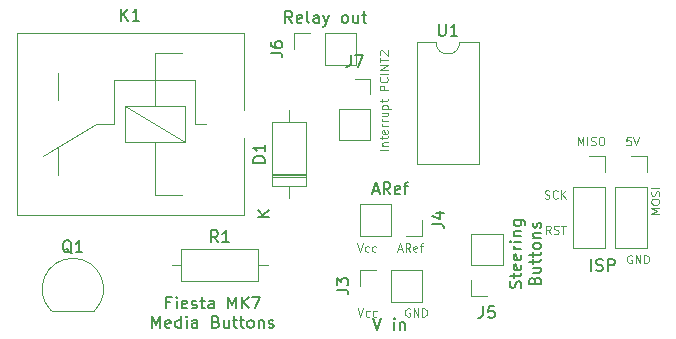
<source format=gbr>
G04 #@! TF.GenerationSoftware,KiCad,Pcbnew,(5.1.2)-2*
G04 #@! TF.CreationDate,2019-08-06T17:03:01+02:00*
G04 #@! TF.ProjectId,fiestaSkipWiringATtiny,66696573-7461-4536-9b69-70576972696e,rev?*
G04 #@! TF.SameCoordinates,Original*
G04 #@! TF.FileFunction,Legend,Top*
G04 #@! TF.FilePolarity,Positive*
%FSLAX46Y46*%
G04 Gerber Fmt 4.6, Leading zero omitted, Abs format (unit mm)*
G04 Created by KiCad (PCBNEW (5.1.2)-2) date 2019-08-06 17:03:01*
%MOMM*%
%LPD*%
G04 APERTURE LIST*
%ADD10C,0.150000*%
%ADD11C,0.100000*%
%ADD12C,0.120000*%
G04 APERTURE END LIST*
D10*
X146047619Y41833333D02*
X146523809Y41833333D01*
X145952380Y41547619D02*
X146285714Y42547619D01*
X146619047Y41547619D01*
X147523809Y41547619D02*
X147190476Y42023809D01*
X146952380Y41547619D02*
X146952380Y42547619D01*
X147333333Y42547619D01*
X147428571Y42500000D01*
X147476190Y42452380D01*
X147523809Y42357142D01*
X147523809Y42214285D01*
X147476190Y42119047D01*
X147428571Y42071428D01*
X147333333Y42023809D01*
X146952380Y42023809D01*
X148333333Y41595238D02*
X148238095Y41547619D01*
X148047619Y41547619D01*
X147952380Y41595238D01*
X147904761Y41690476D01*
X147904761Y42071428D01*
X147952380Y42166666D01*
X148047619Y42214285D01*
X148238095Y42214285D01*
X148333333Y42166666D01*
X148380952Y42071428D01*
X148380952Y41976190D01*
X147904761Y41880952D01*
X148666666Y42214285D02*
X149047619Y42214285D01*
X148809523Y41547619D02*
X148809523Y42404761D01*
X148857142Y42500000D01*
X148952380Y42547619D01*
X149047619Y42547619D01*
X146095238Y31047619D02*
X146428571Y30047619D01*
X146761904Y31047619D01*
X147857142Y30047619D02*
X147857142Y30714285D01*
X147857142Y31047619D02*
X147809523Y31000000D01*
X147857142Y30952380D01*
X147904761Y31000000D01*
X147857142Y31047619D01*
X147857142Y30952380D01*
X148333333Y30714285D02*
X148333333Y30047619D01*
X148333333Y30619047D02*
X148380952Y30666666D01*
X148476190Y30714285D01*
X148619047Y30714285D01*
X148714285Y30666666D01*
X148761904Y30571428D01*
X148761904Y30047619D01*
D11*
X147316666Y45316666D02*
X146616666Y45316666D01*
X146850000Y45650000D02*
X147316666Y45650000D01*
X146916666Y45650000D02*
X146883333Y45683333D01*
X146850000Y45750000D01*
X146850000Y45850000D01*
X146883333Y45916666D01*
X146950000Y45950000D01*
X147316666Y45950000D01*
X146850000Y46183333D02*
X146850000Y46450000D01*
X146616666Y46283333D02*
X147216666Y46283333D01*
X147283333Y46316666D01*
X147316666Y46383333D01*
X147316666Y46450000D01*
X147283333Y46950000D02*
X147316666Y46883333D01*
X147316666Y46750000D01*
X147283333Y46683333D01*
X147216666Y46650000D01*
X146950000Y46650000D01*
X146883333Y46683333D01*
X146850000Y46750000D01*
X146850000Y46883333D01*
X146883333Y46950000D01*
X146950000Y46983333D01*
X147016666Y46983333D01*
X147083333Y46650000D01*
X147316666Y47283333D02*
X146850000Y47283333D01*
X146983333Y47283333D02*
X146916666Y47316666D01*
X146883333Y47350000D01*
X146850000Y47416666D01*
X146850000Y47483333D01*
X147316666Y47716666D02*
X146850000Y47716666D01*
X146983333Y47716666D02*
X146916666Y47750000D01*
X146883333Y47783333D01*
X146850000Y47850000D01*
X146850000Y47916666D01*
X146850000Y48450000D02*
X147316666Y48450000D01*
X146850000Y48150000D02*
X147216666Y48150000D01*
X147283333Y48183333D01*
X147316666Y48250000D01*
X147316666Y48350000D01*
X147283333Y48416666D01*
X147250000Y48450000D01*
X146850000Y48783333D02*
X147550000Y48783333D01*
X146883333Y48783333D02*
X146850000Y48850000D01*
X146850000Y48983333D01*
X146883333Y49050000D01*
X146916666Y49083333D01*
X146983333Y49116666D01*
X147183333Y49116666D01*
X147250000Y49083333D01*
X147283333Y49050000D01*
X147316666Y48983333D01*
X147316666Y48850000D01*
X147283333Y48783333D01*
X146850000Y49316666D02*
X146850000Y49583333D01*
X146616666Y49416666D02*
X147216666Y49416666D01*
X147283333Y49450000D01*
X147316666Y49516666D01*
X147316666Y49583333D01*
X147316666Y50350000D02*
X146616666Y50350000D01*
X146616666Y50616666D01*
X146650000Y50683333D01*
X146683333Y50716666D01*
X146750000Y50750000D01*
X146850000Y50750000D01*
X146916666Y50716666D01*
X146950000Y50683333D01*
X146983333Y50616666D01*
X146983333Y50350000D01*
X147250000Y51450000D02*
X147283333Y51416666D01*
X147316666Y51316666D01*
X147316666Y51250000D01*
X147283333Y51150000D01*
X147216666Y51083333D01*
X147150000Y51050000D01*
X147016666Y51016666D01*
X146916666Y51016666D01*
X146783333Y51050000D01*
X146716666Y51083333D01*
X146650000Y51150000D01*
X146616666Y51250000D01*
X146616666Y51316666D01*
X146650000Y51416666D01*
X146683333Y51450000D01*
X147316666Y51750000D02*
X146616666Y51750000D01*
X147316666Y52083333D02*
X146616666Y52083333D01*
X147316666Y52483333D01*
X146616666Y52483333D01*
X146616666Y52716666D02*
X146616666Y53116666D01*
X147316666Y52916666D02*
X146616666Y52916666D01*
X146683333Y53316666D02*
X146650000Y53350000D01*
X146616666Y53416666D01*
X146616666Y53583333D01*
X146650000Y53650000D01*
X146683333Y53683333D01*
X146750000Y53716666D01*
X146816666Y53716666D01*
X146916666Y53683333D01*
X147316666Y53283333D01*
X147316666Y53716666D01*
X144716666Y37383333D02*
X144950000Y36683333D01*
X145183333Y37383333D01*
X145716666Y36716666D02*
X145650000Y36683333D01*
X145516666Y36683333D01*
X145450000Y36716666D01*
X145416666Y36750000D01*
X145383333Y36816666D01*
X145383333Y37016666D01*
X145416666Y37083333D01*
X145450000Y37116666D01*
X145516666Y37150000D01*
X145650000Y37150000D01*
X145716666Y37116666D01*
X146316666Y36716666D02*
X146250000Y36683333D01*
X146116666Y36683333D01*
X146050000Y36716666D01*
X146016666Y36750000D01*
X145983333Y36816666D01*
X145983333Y37016666D01*
X146016666Y37083333D01*
X146050000Y37116666D01*
X146116666Y37150000D01*
X146250000Y37150000D01*
X146316666Y37116666D01*
X148183333Y36883333D02*
X148516666Y36883333D01*
X148116666Y36683333D02*
X148350000Y37383333D01*
X148583333Y36683333D01*
X149216666Y36683333D02*
X148983333Y37016666D01*
X148816666Y36683333D02*
X148816666Y37383333D01*
X149083333Y37383333D01*
X149150000Y37350000D01*
X149183333Y37316666D01*
X149216666Y37250000D01*
X149216666Y37150000D01*
X149183333Y37083333D01*
X149150000Y37050000D01*
X149083333Y37016666D01*
X148816666Y37016666D01*
X149783333Y36716666D02*
X149716666Y36683333D01*
X149583333Y36683333D01*
X149516666Y36716666D01*
X149483333Y36783333D01*
X149483333Y37050000D01*
X149516666Y37116666D01*
X149583333Y37150000D01*
X149716666Y37150000D01*
X149783333Y37116666D01*
X149816666Y37050000D01*
X149816666Y36983333D01*
X149483333Y36916666D01*
X150016666Y37150000D02*
X150283333Y37150000D01*
X150116666Y36683333D02*
X150116666Y37283333D01*
X150150000Y37350000D01*
X150216666Y37383333D01*
X150283333Y37383333D01*
X170316666Y39900000D02*
X169616666Y39900000D01*
X170116666Y40133333D01*
X169616666Y40366666D01*
X170316666Y40366666D01*
X169616666Y40833333D02*
X169616666Y40966666D01*
X169650000Y41033333D01*
X169716666Y41100000D01*
X169850000Y41133333D01*
X170083333Y41133333D01*
X170216666Y41100000D01*
X170283333Y41033333D01*
X170316666Y40966666D01*
X170316666Y40833333D01*
X170283333Y40766666D01*
X170216666Y40700000D01*
X170083333Y40666666D01*
X169850000Y40666666D01*
X169716666Y40700000D01*
X169650000Y40766666D01*
X169616666Y40833333D01*
X170283333Y41400000D02*
X170316666Y41500000D01*
X170316666Y41666666D01*
X170283333Y41733333D01*
X170250000Y41766666D01*
X170183333Y41800000D01*
X170116666Y41800000D01*
X170050000Y41766666D01*
X170016666Y41733333D01*
X169983333Y41666666D01*
X169950000Y41533333D01*
X169916666Y41466666D01*
X169883333Y41433333D01*
X169816666Y41400000D01*
X169750000Y41400000D01*
X169683333Y41433333D01*
X169650000Y41466666D01*
X169616666Y41533333D01*
X169616666Y41700000D01*
X169650000Y41800000D01*
X170316666Y42100000D02*
X169616666Y42100000D01*
X161116666Y38183333D02*
X160883333Y38516666D01*
X160716666Y38183333D02*
X160716666Y38883333D01*
X160983333Y38883333D01*
X161050000Y38850000D01*
X161083333Y38816666D01*
X161116666Y38750000D01*
X161116666Y38650000D01*
X161083333Y38583333D01*
X161050000Y38550000D01*
X160983333Y38516666D01*
X160716666Y38516666D01*
X161383333Y38216666D02*
X161483333Y38183333D01*
X161650000Y38183333D01*
X161716666Y38216666D01*
X161750000Y38250000D01*
X161783333Y38316666D01*
X161783333Y38383333D01*
X161750000Y38450000D01*
X161716666Y38483333D01*
X161650000Y38516666D01*
X161516666Y38550000D01*
X161450000Y38583333D01*
X161416666Y38616666D01*
X161383333Y38683333D01*
X161383333Y38750000D01*
X161416666Y38816666D01*
X161450000Y38850000D01*
X161516666Y38883333D01*
X161683333Y38883333D01*
X161783333Y38850000D01*
X161983333Y38883333D02*
X162383333Y38883333D01*
X162183333Y38183333D02*
X162183333Y38883333D01*
X160600000Y41216666D02*
X160700000Y41183333D01*
X160866666Y41183333D01*
X160933333Y41216666D01*
X160966666Y41250000D01*
X161000000Y41316666D01*
X161000000Y41383333D01*
X160966666Y41450000D01*
X160933333Y41483333D01*
X160866666Y41516666D01*
X160733333Y41550000D01*
X160666666Y41583333D01*
X160633333Y41616666D01*
X160600000Y41683333D01*
X160600000Y41750000D01*
X160633333Y41816666D01*
X160666666Y41850000D01*
X160733333Y41883333D01*
X160900000Y41883333D01*
X161000000Y41850000D01*
X161700000Y41250000D02*
X161666666Y41216666D01*
X161566666Y41183333D01*
X161500000Y41183333D01*
X161400000Y41216666D01*
X161333333Y41283333D01*
X161300000Y41350000D01*
X161266666Y41483333D01*
X161266666Y41583333D01*
X161300000Y41716666D01*
X161333333Y41783333D01*
X161400000Y41850000D01*
X161500000Y41883333D01*
X161566666Y41883333D01*
X161666666Y41850000D01*
X161700000Y41816666D01*
X162000000Y41183333D02*
X162000000Y41883333D01*
X162400000Y41183333D02*
X162100000Y41583333D01*
X162400000Y41883333D02*
X162000000Y41483333D01*
X163400000Y45683333D02*
X163400000Y46383333D01*
X163633333Y45883333D01*
X163866666Y46383333D01*
X163866666Y45683333D01*
X164200000Y45683333D02*
X164200000Y46383333D01*
X164500000Y45716666D02*
X164600000Y45683333D01*
X164766666Y45683333D01*
X164833333Y45716666D01*
X164866666Y45750000D01*
X164900000Y45816666D01*
X164900000Y45883333D01*
X164866666Y45950000D01*
X164833333Y45983333D01*
X164766666Y46016666D01*
X164633333Y46050000D01*
X164566666Y46083333D01*
X164533333Y46116666D01*
X164500000Y46183333D01*
X164500000Y46250000D01*
X164533333Y46316666D01*
X164566666Y46350000D01*
X164633333Y46383333D01*
X164800000Y46383333D01*
X164900000Y46350000D01*
X165333333Y46383333D02*
X165466666Y46383333D01*
X165533333Y46350000D01*
X165600000Y46283333D01*
X165633333Y46150000D01*
X165633333Y45916666D01*
X165600000Y45783333D01*
X165533333Y45716666D01*
X165466666Y45683333D01*
X165333333Y45683333D01*
X165266666Y45716666D01*
X165200000Y45783333D01*
X165166666Y45916666D01*
X165166666Y46150000D01*
X165200000Y46283333D01*
X165266666Y46350000D01*
X165333333Y46383333D01*
X167866666Y46383333D02*
X167533333Y46383333D01*
X167500000Y46050000D01*
X167533333Y46083333D01*
X167600000Y46116666D01*
X167766666Y46116666D01*
X167833333Y46083333D01*
X167866666Y46050000D01*
X167900000Y45983333D01*
X167900000Y45816666D01*
X167866666Y45750000D01*
X167833333Y45716666D01*
X167766666Y45683333D01*
X167600000Y45683333D01*
X167533333Y45716666D01*
X167500000Y45750000D01*
X168100000Y46383333D02*
X168333333Y45683333D01*
X168566666Y46383333D01*
X167966666Y36350000D02*
X167900000Y36383333D01*
X167800000Y36383333D01*
X167700000Y36350000D01*
X167633333Y36283333D01*
X167600000Y36216666D01*
X167566666Y36083333D01*
X167566666Y35983333D01*
X167600000Y35850000D01*
X167633333Y35783333D01*
X167700000Y35716666D01*
X167800000Y35683333D01*
X167866666Y35683333D01*
X167966666Y35716666D01*
X168000000Y35750000D01*
X168000000Y35983333D01*
X167866666Y35983333D01*
X168300000Y35683333D02*
X168300000Y36383333D01*
X168700000Y35683333D01*
X168700000Y36383333D01*
X169033333Y35683333D02*
X169033333Y36383333D01*
X169200000Y36383333D01*
X169300000Y36350000D01*
X169366666Y36283333D01*
X169400000Y36216666D01*
X169433333Y36083333D01*
X169433333Y35983333D01*
X169400000Y35850000D01*
X169366666Y35783333D01*
X169300000Y35716666D01*
X169200000Y35683333D01*
X169033333Y35683333D01*
D10*
X164523809Y35047619D02*
X164523809Y36047619D01*
X164952380Y35095238D02*
X165095238Y35047619D01*
X165333333Y35047619D01*
X165428571Y35095238D01*
X165476190Y35142857D01*
X165523809Y35238095D01*
X165523809Y35333333D01*
X165476190Y35428571D01*
X165428571Y35476190D01*
X165333333Y35523809D01*
X165142857Y35571428D01*
X165047619Y35619047D01*
X165000000Y35666666D01*
X164952380Y35761904D01*
X164952380Y35857142D01*
X165000000Y35952380D01*
X165047619Y36000000D01*
X165142857Y36047619D01*
X165380952Y36047619D01*
X165523809Y36000000D01*
X165952380Y35047619D02*
X165952380Y36047619D01*
X166333333Y36047619D01*
X166428571Y36000000D01*
X166476190Y35952380D01*
X166523809Y35857142D01*
X166523809Y35714285D01*
X166476190Y35619047D01*
X166428571Y35571428D01*
X166333333Y35523809D01*
X165952380Y35523809D01*
X128904761Y32396428D02*
X128571428Y32396428D01*
X128571428Y31872619D02*
X128571428Y32872619D01*
X129047619Y32872619D01*
X129428571Y31872619D02*
X129428571Y32539285D01*
X129428571Y32872619D02*
X129380952Y32825000D01*
X129428571Y32777380D01*
X129476190Y32825000D01*
X129428571Y32872619D01*
X129428571Y32777380D01*
X130285714Y31920238D02*
X130190476Y31872619D01*
X130000000Y31872619D01*
X129904761Y31920238D01*
X129857142Y32015476D01*
X129857142Y32396428D01*
X129904761Y32491666D01*
X130000000Y32539285D01*
X130190476Y32539285D01*
X130285714Y32491666D01*
X130333333Y32396428D01*
X130333333Y32301190D01*
X129857142Y32205952D01*
X130714285Y31920238D02*
X130809523Y31872619D01*
X131000000Y31872619D01*
X131095238Y31920238D01*
X131142857Y32015476D01*
X131142857Y32063095D01*
X131095238Y32158333D01*
X131000000Y32205952D01*
X130857142Y32205952D01*
X130761904Y32253571D01*
X130714285Y32348809D01*
X130714285Y32396428D01*
X130761904Y32491666D01*
X130857142Y32539285D01*
X131000000Y32539285D01*
X131095238Y32491666D01*
X131428571Y32539285D02*
X131809523Y32539285D01*
X131571428Y32872619D02*
X131571428Y32015476D01*
X131619047Y31920238D01*
X131714285Y31872619D01*
X131809523Y31872619D01*
X132571428Y31872619D02*
X132571428Y32396428D01*
X132523809Y32491666D01*
X132428571Y32539285D01*
X132238095Y32539285D01*
X132142857Y32491666D01*
X132571428Y31920238D02*
X132476190Y31872619D01*
X132238095Y31872619D01*
X132142857Y31920238D01*
X132095238Y32015476D01*
X132095238Y32110714D01*
X132142857Y32205952D01*
X132238095Y32253571D01*
X132476190Y32253571D01*
X132571428Y32301190D01*
X133809523Y31872619D02*
X133809523Y32872619D01*
X134142857Y32158333D01*
X134476190Y32872619D01*
X134476190Y31872619D01*
X134952380Y31872619D02*
X134952380Y32872619D01*
X135523809Y31872619D02*
X135095238Y32444047D01*
X135523809Y32872619D02*
X134952380Y32301190D01*
X135857142Y32872619D02*
X136523809Y32872619D01*
X136095238Y31872619D01*
X127380952Y30222619D02*
X127380952Y31222619D01*
X127714285Y30508333D01*
X128047619Y31222619D01*
X128047619Y30222619D01*
X128904761Y30270238D02*
X128809523Y30222619D01*
X128619047Y30222619D01*
X128523809Y30270238D01*
X128476190Y30365476D01*
X128476190Y30746428D01*
X128523809Y30841666D01*
X128619047Y30889285D01*
X128809523Y30889285D01*
X128904761Y30841666D01*
X128952380Y30746428D01*
X128952380Y30651190D01*
X128476190Y30555952D01*
X129809523Y30222619D02*
X129809523Y31222619D01*
X129809523Y30270238D02*
X129714285Y30222619D01*
X129523809Y30222619D01*
X129428571Y30270238D01*
X129380952Y30317857D01*
X129333333Y30413095D01*
X129333333Y30698809D01*
X129380952Y30794047D01*
X129428571Y30841666D01*
X129523809Y30889285D01*
X129714285Y30889285D01*
X129809523Y30841666D01*
X130285714Y30222619D02*
X130285714Y30889285D01*
X130285714Y31222619D02*
X130238095Y31175000D01*
X130285714Y31127380D01*
X130333333Y31175000D01*
X130285714Y31222619D01*
X130285714Y31127380D01*
X131190476Y30222619D02*
X131190476Y30746428D01*
X131142857Y30841666D01*
X131047619Y30889285D01*
X130857142Y30889285D01*
X130761904Y30841666D01*
X131190476Y30270238D02*
X131095238Y30222619D01*
X130857142Y30222619D01*
X130761904Y30270238D01*
X130714285Y30365476D01*
X130714285Y30460714D01*
X130761904Y30555952D01*
X130857142Y30603571D01*
X131095238Y30603571D01*
X131190476Y30651190D01*
X132761904Y30746428D02*
X132904761Y30698809D01*
X132952380Y30651190D01*
X133000000Y30555952D01*
X133000000Y30413095D01*
X132952380Y30317857D01*
X132904761Y30270238D01*
X132809523Y30222619D01*
X132428571Y30222619D01*
X132428571Y31222619D01*
X132761904Y31222619D01*
X132857142Y31175000D01*
X132904761Y31127380D01*
X132952380Y31032142D01*
X132952380Y30936904D01*
X132904761Y30841666D01*
X132857142Y30794047D01*
X132761904Y30746428D01*
X132428571Y30746428D01*
X133857142Y30889285D02*
X133857142Y30222619D01*
X133428571Y30889285D02*
X133428571Y30365476D01*
X133476190Y30270238D01*
X133571428Y30222619D01*
X133714285Y30222619D01*
X133809523Y30270238D01*
X133857142Y30317857D01*
X134190476Y30889285D02*
X134571428Y30889285D01*
X134333333Y31222619D02*
X134333333Y30365476D01*
X134380952Y30270238D01*
X134476190Y30222619D01*
X134571428Y30222619D01*
X134761904Y30889285D02*
X135142857Y30889285D01*
X134904761Y31222619D02*
X134904761Y30365476D01*
X134952380Y30270238D01*
X135047619Y30222619D01*
X135142857Y30222619D01*
X135619047Y30222619D02*
X135523809Y30270238D01*
X135476190Y30317857D01*
X135428571Y30413095D01*
X135428571Y30698809D01*
X135476190Y30794047D01*
X135523809Y30841666D01*
X135619047Y30889285D01*
X135761904Y30889285D01*
X135857142Y30841666D01*
X135904761Y30794047D01*
X135952380Y30698809D01*
X135952380Y30413095D01*
X135904761Y30317857D01*
X135857142Y30270238D01*
X135761904Y30222619D01*
X135619047Y30222619D01*
X136380952Y30889285D02*
X136380952Y30222619D01*
X136380952Y30794047D02*
X136428571Y30841666D01*
X136523809Y30889285D01*
X136666666Y30889285D01*
X136761904Y30841666D01*
X136809523Y30746428D01*
X136809523Y30222619D01*
X137238095Y30270238D02*
X137333333Y30222619D01*
X137523809Y30222619D01*
X137619047Y30270238D01*
X137666666Y30365476D01*
X137666666Y30413095D01*
X137619047Y30508333D01*
X137523809Y30555952D01*
X137380952Y30555952D01*
X137285714Y30603571D01*
X137238095Y30698809D01*
X137238095Y30746428D01*
X137285714Y30841666D01*
X137380952Y30889285D01*
X137523809Y30889285D01*
X137619047Y30841666D01*
X139214285Y56047619D02*
X138880952Y56523809D01*
X138642857Y56047619D02*
X138642857Y57047619D01*
X139023809Y57047619D01*
X139119047Y57000000D01*
X139166666Y56952380D01*
X139214285Y56857142D01*
X139214285Y56714285D01*
X139166666Y56619047D01*
X139119047Y56571428D01*
X139023809Y56523809D01*
X138642857Y56523809D01*
X140023809Y56095238D02*
X139928571Y56047619D01*
X139738095Y56047619D01*
X139642857Y56095238D01*
X139595238Y56190476D01*
X139595238Y56571428D01*
X139642857Y56666666D01*
X139738095Y56714285D01*
X139928571Y56714285D01*
X140023809Y56666666D01*
X140071428Y56571428D01*
X140071428Y56476190D01*
X139595238Y56380952D01*
X140642857Y56047619D02*
X140547619Y56095238D01*
X140500000Y56190476D01*
X140500000Y57047619D01*
X141452380Y56047619D02*
X141452380Y56571428D01*
X141404761Y56666666D01*
X141309523Y56714285D01*
X141119047Y56714285D01*
X141023809Y56666666D01*
X141452380Y56095238D02*
X141357142Y56047619D01*
X141119047Y56047619D01*
X141023809Y56095238D01*
X140976190Y56190476D01*
X140976190Y56285714D01*
X141023809Y56380952D01*
X141119047Y56428571D01*
X141357142Y56428571D01*
X141452380Y56476190D01*
X141833333Y56714285D02*
X142071428Y56047619D01*
X142309523Y56714285D02*
X142071428Y56047619D01*
X141976190Y55809523D01*
X141928571Y55761904D01*
X141833333Y55714285D01*
X143595238Y56047619D02*
X143500000Y56095238D01*
X143452380Y56142857D01*
X143404761Y56238095D01*
X143404761Y56523809D01*
X143452380Y56619047D01*
X143500000Y56666666D01*
X143595238Y56714285D01*
X143738095Y56714285D01*
X143833333Y56666666D01*
X143880952Y56619047D01*
X143928571Y56523809D01*
X143928571Y56238095D01*
X143880952Y56142857D01*
X143833333Y56095238D01*
X143738095Y56047619D01*
X143595238Y56047619D01*
X144785714Y56714285D02*
X144785714Y56047619D01*
X144357142Y56714285D02*
X144357142Y56190476D01*
X144404761Y56095238D01*
X144500000Y56047619D01*
X144642857Y56047619D01*
X144738095Y56095238D01*
X144785714Y56142857D01*
X145119047Y56714285D02*
X145500000Y56714285D01*
X145261904Y57047619D02*
X145261904Y56190476D01*
X145309523Y56095238D01*
X145404761Y56047619D01*
X145500000Y56047619D01*
X158579761Y33619047D02*
X158627380Y33761904D01*
X158627380Y34000000D01*
X158579761Y34095238D01*
X158532142Y34142857D01*
X158436904Y34190476D01*
X158341666Y34190476D01*
X158246428Y34142857D01*
X158198809Y34095238D01*
X158151190Y34000000D01*
X158103571Y33809523D01*
X158055952Y33714285D01*
X158008333Y33666666D01*
X157913095Y33619047D01*
X157817857Y33619047D01*
X157722619Y33666666D01*
X157675000Y33714285D01*
X157627380Y33809523D01*
X157627380Y34047619D01*
X157675000Y34190476D01*
X157960714Y34476190D02*
X157960714Y34857142D01*
X157627380Y34619047D02*
X158484523Y34619047D01*
X158579761Y34666666D01*
X158627380Y34761904D01*
X158627380Y34857142D01*
X158579761Y35571428D02*
X158627380Y35476190D01*
X158627380Y35285714D01*
X158579761Y35190476D01*
X158484523Y35142857D01*
X158103571Y35142857D01*
X158008333Y35190476D01*
X157960714Y35285714D01*
X157960714Y35476190D01*
X158008333Y35571428D01*
X158103571Y35619047D01*
X158198809Y35619047D01*
X158294047Y35142857D01*
X158579761Y36428571D02*
X158627380Y36333333D01*
X158627380Y36142857D01*
X158579761Y36047619D01*
X158484523Y36000000D01*
X158103571Y36000000D01*
X158008333Y36047619D01*
X157960714Y36142857D01*
X157960714Y36333333D01*
X158008333Y36428571D01*
X158103571Y36476190D01*
X158198809Y36476190D01*
X158294047Y36000000D01*
X158627380Y36904761D02*
X157960714Y36904761D01*
X158151190Y36904761D02*
X158055952Y36952380D01*
X158008333Y37000000D01*
X157960714Y37095238D01*
X157960714Y37190476D01*
X158627380Y37523809D02*
X157960714Y37523809D01*
X157627380Y37523809D02*
X157675000Y37476190D01*
X157722619Y37523809D01*
X157675000Y37571428D01*
X157627380Y37523809D01*
X157722619Y37523809D01*
X157960714Y38000000D02*
X158627380Y38000000D01*
X158055952Y38000000D02*
X158008333Y38047619D01*
X157960714Y38142857D01*
X157960714Y38285714D01*
X158008333Y38380952D01*
X158103571Y38428571D01*
X158627380Y38428571D01*
X157960714Y39333333D02*
X158770238Y39333333D01*
X158865476Y39285714D01*
X158913095Y39238095D01*
X158960714Y39142857D01*
X158960714Y39000000D01*
X158913095Y38904761D01*
X158579761Y39333333D02*
X158627380Y39238095D01*
X158627380Y39047619D01*
X158579761Y38952380D01*
X158532142Y38904761D01*
X158436904Y38857142D01*
X158151190Y38857142D01*
X158055952Y38904761D01*
X158008333Y38952380D01*
X157960714Y39047619D01*
X157960714Y39238095D01*
X158008333Y39333333D01*
X159753571Y34238095D02*
X159801190Y34380952D01*
X159848809Y34428571D01*
X159944047Y34476190D01*
X160086904Y34476190D01*
X160182142Y34428571D01*
X160229761Y34380952D01*
X160277380Y34285714D01*
X160277380Y33904761D01*
X159277380Y33904761D01*
X159277380Y34238095D01*
X159325000Y34333333D01*
X159372619Y34380952D01*
X159467857Y34428571D01*
X159563095Y34428571D01*
X159658333Y34380952D01*
X159705952Y34333333D01*
X159753571Y34238095D01*
X159753571Y33904761D01*
X159610714Y35333333D02*
X160277380Y35333333D01*
X159610714Y34904761D02*
X160134523Y34904761D01*
X160229761Y34952380D01*
X160277380Y35047619D01*
X160277380Y35190476D01*
X160229761Y35285714D01*
X160182142Y35333333D01*
X159610714Y35666666D02*
X159610714Y36047619D01*
X159277380Y35809523D02*
X160134523Y35809523D01*
X160229761Y35857142D01*
X160277380Y35952380D01*
X160277380Y36047619D01*
X159610714Y36238095D02*
X159610714Y36619047D01*
X159277380Y36380952D02*
X160134523Y36380952D01*
X160229761Y36428571D01*
X160277380Y36523809D01*
X160277380Y36619047D01*
X160277380Y37095238D02*
X160229761Y37000000D01*
X160182142Y36952380D01*
X160086904Y36904761D01*
X159801190Y36904761D01*
X159705952Y36952380D01*
X159658333Y37000000D01*
X159610714Y37095238D01*
X159610714Y37238095D01*
X159658333Y37333333D01*
X159705952Y37380952D01*
X159801190Y37428571D01*
X160086904Y37428571D01*
X160182142Y37380952D01*
X160229761Y37333333D01*
X160277380Y37238095D01*
X160277380Y37095238D01*
X159610714Y37857142D02*
X160277380Y37857142D01*
X159705952Y37857142D02*
X159658333Y37904761D01*
X159610714Y38000000D01*
X159610714Y38142857D01*
X159658333Y38238095D01*
X159753571Y38285714D01*
X160277380Y38285714D01*
X160229761Y38714285D02*
X160277380Y38809523D01*
X160277380Y39000000D01*
X160229761Y39095238D01*
X160134523Y39142857D01*
X160086904Y39142857D01*
X159991666Y39095238D01*
X159944047Y39000000D01*
X159944047Y38857142D01*
X159896428Y38761904D01*
X159801190Y38714285D01*
X159753571Y38714285D01*
X159658333Y38761904D01*
X159610714Y38857142D01*
X159610714Y39000000D01*
X159658333Y39095238D01*
D11*
X144766666Y31883333D02*
X145000000Y31183333D01*
X145233333Y31883333D01*
X145766666Y31216666D02*
X145700000Y31183333D01*
X145566666Y31183333D01*
X145500000Y31216666D01*
X145466666Y31250000D01*
X145433333Y31316666D01*
X145433333Y31516666D01*
X145466666Y31583333D01*
X145500000Y31616666D01*
X145566666Y31650000D01*
X145700000Y31650000D01*
X145766666Y31616666D01*
X146366666Y31216666D02*
X146300000Y31183333D01*
X146166666Y31183333D01*
X146100000Y31216666D01*
X146066666Y31250000D01*
X146033333Y31316666D01*
X146033333Y31516666D01*
X146066666Y31583333D01*
X146100000Y31616666D01*
X146166666Y31650000D01*
X146300000Y31650000D01*
X146366666Y31616666D01*
X149166666Y31850000D02*
X149100000Y31883333D01*
X149000000Y31883333D01*
X148900000Y31850000D01*
X148833333Y31783333D01*
X148800000Y31716666D01*
X148766666Y31583333D01*
X148766666Y31483333D01*
X148800000Y31350000D01*
X148833333Y31283333D01*
X148900000Y31216666D01*
X149000000Y31183333D01*
X149066666Y31183333D01*
X149166666Y31216666D01*
X149200000Y31250000D01*
X149200000Y31483333D01*
X149066666Y31483333D01*
X149500000Y31183333D02*
X149500000Y31883333D01*
X149900000Y31183333D01*
X149900000Y31883333D01*
X150233333Y31183333D02*
X150233333Y31883333D01*
X150400000Y31883333D01*
X150500000Y31850000D01*
X150566666Y31783333D01*
X150600000Y31716666D01*
X150633333Y31583333D01*
X150633333Y31483333D01*
X150600000Y31350000D01*
X150566666Y31283333D01*
X150500000Y31216666D01*
X150400000Y31183333D01*
X150233333Y31183333D01*
D12*
X144500000Y51330000D02*
X145830000Y51330000D01*
X145830000Y51330000D02*
X145830000Y50000000D01*
X145830000Y48730000D02*
X145830000Y46130000D01*
X143170000Y46130000D02*
X145830000Y46130000D01*
X143170000Y48730000D02*
X143170000Y46130000D01*
X143170000Y48730000D02*
X145830000Y48730000D01*
X137468000Y42238000D02*
X140408000Y42238000D01*
X140408000Y42238000D02*
X140408000Y47678000D01*
X140408000Y47678000D02*
X137468000Y47678000D01*
X137468000Y47678000D02*
X137468000Y42238000D01*
X138938000Y41218000D02*
X138938000Y42238000D01*
X138938000Y48698000D02*
X138938000Y47678000D01*
X137468000Y43138000D02*
X140408000Y43138000D01*
X137468000Y43258000D02*
X140408000Y43258000D01*
X137468000Y43018000D02*
X140408000Y43018000D01*
X163008000Y42164000D02*
X165668000Y42164000D01*
X163008000Y42164000D02*
X163008000Y37024000D01*
X163008000Y37024000D02*
X165668000Y37024000D01*
X165668000Y42164000D02*
X165668000Y37024000D01*
X165668000Y44764000D02*
X165668000Y43434000D01*
X164338000Y44764000D02*
X165668000Y44764000D01*
X167894000Y44764000D02*
X169224000Y44764000D01*
X169224000Y44764000D02*
X169224000Y43434000D01*
X169224000Y42164000D02*
X169224000Y37024000D01*
X166564000Y37024000D02*
X169224000Y37024000D01*
X166564000Y42164000D02*
X166564000Y37024000D01*
X166564000Y42164000D02*
X169224000Y42164000D01*
X147574000Y32452000D02*
X147574000Y35112000D01*
X147574000Y32452000D02*
X150174000Y32452000D01*
X150174000Y32452000D02*
X150174000Y35112000D01*
X147574000Y35112000D02*
X150174000Y35112000D01*
X144974000Y35112000D02*
X146304000Y35112000D01*
X144974000Y33782000D02*
X144974000Y35112000D01*
X150174000Y39370000D02*
X150174000Y38040000D01*
X150174000Y38040000D02*
X148844000Y38040000D01*
X147574000Y38040000D02*
X144974000Y38040000D01*
X144974000Y40700000D02*
X144974000Y38040000D01*
X147574000Y40700000D02*
X144974000Y40700000D01*
X147574000Y40700000D02*
X147574000Y38040000D01*
X155702000Y32960000D02*
X154372000Y32960000D01*
X154372000Y32960000D02*
X154372000Y34290000D01*
X154372000Y35560000D02*
X154372000Y38160000D01*
X157032000Y38160000D02*
X154372000Y38160000D01*
X157032000Y35560000D02*
X157032000Y38160000D01*
X157032000Y35560000D02*
X154372000Y35560000D01*
X141986000Y52518000D02*
X141986000Y55178000D01*
X141986000Y52518000D02*
X144586000Y52518000D01*
X144586000Y52518000D02*
X144586000Y55178000D01*
X141986000Y55178000D02*
X144586000Y55178000D01*
X139386000Y55178000D02*
X140716000Y55178000D01*
X139386000Y53848000D02*
X139386000Y55178000D01*
X125104000Y48998000D02*
X130104000Y48998000D01*
X125104000Y45998000D02*
X125104000Y48998000D01*
X130104000Y45998000D02*
X125104000Y45998000D01*
X130104000Y48998000D02*
X130104000Y45998000D01*
X125104000Y48998000D02*
X130104000Y45998000D01*
X127604000Y48998000D02*
X127604000Y53498000D01*
X127604000Y41498000D02*
X127604000Y45998000D01*
X131004000Y47498000D02*
X131004000Y51198000D01*
X124104000Y47498000D02*
X124104000Y51198000D01*
X124104000Y51198000D02*
X131004000Y51198000D01*
X122604000Y47498000D02*
X118104000Y44798000D01*
X124104000Y47498000D02*
X122604000Y47498000D01*
X127604000Y41498000D02*
X129904000Y41498000D01*
X131004000Y47498000D02*
X131904000Y47498000D01*
X129904000Y53498000D02*
X127604000Y53498000D01*
X119404000Y43198000D02*
X119404000Y45498000D01*
X119404000Y51798000D02*
X119404000Y49498000D01*
X115904000Y55198000D02*
X135104000Y55198000D01*
X115904000Y39798000D02*
X115904000Y55198000D01*
X135104000Y39798000D02*
X115904000Y39798000D01*
X135104000Y39798000D02*
X135104000Y46298000D01*
X135104000Y48698000D02*
X135104000Y55198000D01*
X118850000Y31678000D02*
X122450000Y31678000D01*
X118811522Y31689522D02*
G75*
G02X120650000Y36128000I1838478J1838478D01*
G01*
X122488478Y31689522D02*
G75*
G03X120650000Y36128000I-1838478J1838478D01*
G01*
X129826000Y36930000D02*
X129826000Y34190000D01*
X129826000Y34190000D02*
X136366000Y34190000D01*
X136366000Y34190000D02*
X136366000Y36930000D01*
X136366000Y36930000D02*
X129826000Y36930000D01*
X129056000Y35560000D02*
X129826000Y35560000D01*
X137136000Y35560000D02*
X136366000Y35560000D01*
X153400000Y54416000D02*
G75*
G02X151400000Y54416000I-1000000J0D01*
G01*
X151400000Y54416000D02*
X149750000Y54416000D01*
X149750000Y54416000D02*
X149750000Y44136000D01*
X149750000Y44136000D02*
X155050000Y44136000D01*
X155050000Y44136000D02*
X155050000Y54416000D01*
X155050000Y54416000D02*
X153400000Y54416000D01*
D10*
X144166666Y53317619D02*
X144166666Y52603333D01*
X144119047Y52460476D01*
X144023809Y52365238D01*
X143880952Y52317619D01*
X143785714Y52317619D01*
X144547619Y53317619D02*
X145214285Y53317619D01*
X144785714Y52317619D01*
X136920380Y44219904D02*
X135920380Y44219904D01*
X135920380Y44458000D01*
X135968000Y44600857D01*
X136063238Y44696095D01*
X136158476Y44743714D01*
X136348952Y44791333D01*
X136491809Y44791333D01*
X136682285Y44743714D01*
X136777523Y44696095D01*
X136872761Y44600857D01*
X136920380Y44458000D01*
X136920380Y44219904D01*
X136920380Y45743714D02*
X136920380Y45172285D01*
X136920380Y45458000D02*
X135920380Y45458000D01*
X136063238Y45362761D01*
X136158476Y45267523D01*
X136206095Y45172285D01*
X137290380Y39616095D02*
X136290380Y39616095D01*
X137290380Y40187523D02*
X136718952Y39758952D01*
X136290380Y40187523D02*
X136861809Y39616095D01*
X142986380Y33448666D02*
X143700666Y33448666D01*
X143843523Y33401047D01*
X143938761Y33305809D01*
X143986380Y33162952D01*
X143986380Y33067714D01*
X142986380Y33829619D02*
X142986380Y34448666D01*
X143367333Y34115333D01*
X143367333Y34258190D01*
X143414952Y34353428D01*
X143462571Y34401047D01*
X143557809Y34448666D01*
X143795904Y34448666D01*
X143891142Y34401047D01*
X143938761Y34353428D01*
X143986380Y34258190D01*
X143986380Y33972476D01*
X143938761Y33877238D01*
X143891142Y33829619D01*
X151066380Y39036666D02*
X151780666Y39036666D01*
X151923523Y38989047D01*
X152018761Y38893809D01*
X152066380Y38750952D01*
X152066380Y38655714D01*
X151399714Y39941428D02*
X152066380Y39941428D01*
X151018761Y39703333D02*
X151733047Y39465238D01*
X151733047Y40084285D01*
X155368666Y32067619D02*
X155368666Y31353333D01*
X155321047Y31210476D01*
X155225809Y31115238D01*
X155082952Y31067619D01*
X154987714Y31067619D01*
X156321047Y32067619D02*
X155844857Y32067619D01*
X155797238Y31591428D01*
X155844857Y31639047D01*
X155940095Y31686666D01*
X156178190Y31686666D01*
X156273428Y31639047D01*
X156321047Y31591428D01*
X156368666Y31496190D01*
X156368666Y31258095D01*
X156321047Y31162857D01*
X156273428Y31115238D01*
X156178190Y31067619D01*
X155940095Y31067619D01*
X155844857Y31115238D01*
X155797238Y31162857D01*
X137398380Y53514666D02*
X138112666Y53514666D01*
X138255523Y53467047D01*
X138350761Y53371809D01*
X138398380Y53228952D01*
X138398380Y53133714D01*
X137398380Y54419428D02*
X137398380Y54228952D01*
X137446000Y54133714D01*
X137493619Y54086095D01*
X137636476Y53990857D01*
X137826952Y53943238D01*
X138207904Y53943238D01*
X138303142Y53990857D01*
X138350761Y54038476D01*
X138398380Y54133714D01*
X138398380Y54324190D01*
X138350761Y54419428D01*
X138303142Y54467047D01*
X138207904Y54514666D01*
X137969809Y54514666D01*
X137874571Y54467047D01*
X137826952Y54419428D01*
X137779333Y54324190D01*
X137779333Y54133714D01*
X137826952Y54038476D01*
X137874571Y53990857D01*
X137969809Y53943238D01*
X124765904Y56245619D02*
X124765904Y57245619D01*
X125337333Y56245619D02*
X124908761Y56817047D01*
X125337333Y57245619D02*
X124765904Y56674190D01*
X126289714Y56245619D02*
X125718285Y56245619D01*
X126004000Y56245619D02*
X126004000Y57245619D01*
X125908761Y57102761D01*
X125813523Y57007523D01*
X125718285Y56959904D01*
X120554761Y36540380D02*
X120459523Y36588000D01*
X120364285Y36683238D01*
X120221428Y36826095D01*
X120126190Y36873714D01*
X120030952Y36873714D01*
X120078571Y36635619D02*
X119983333Y36683238D01*
X119888095Y36778476D01*
X119840476Y36968952D01*
X119840476Y37302285D01*
X119888095Y37492761D01*
X119983333Y37588000D01*
X120078571Y37635619D01*
X120269047Y37635619D01*
X120364285Y37588000D01*
X120459523Y37492761D01*
X120507142Y37302285D01*
X120507142Y36968952D01*
X120459523Y36778476D01*
X120364285Y36683238D01*
X120269047Y36635619D01*
X120078571Y36635619D01*
X121459523Y36635619D02*
X120888095Y36635619D01*
X121173809Y36635619D02*
X121173809Y37635619D01*
X121078571Y37492761D01*
X120983333Y37397523D01*
X120888095Y37349904D01*
X132929333Y37477619D02*
X132596000Y37953809D01*
X132357904Y37477619D02*
X132357904Y38477619D01*
X132738857Y38477619D01*
X132834095Y38430000D01*
X132881714Y38382380D01*
X132929333Y38287142D01*
X132929333Y38144285D01*
X132881714Y38049047D01*
X132834095Y38001428D01*
X132738857Y37953809D01*
X132357904Y37953809D01*
X133881714Y37477619D02*
X133310285Y37477619D01*
X133596000Y37477619D02*
X133596000Y38477619D01*
X133500761Y38334761D01*
X133405523Y38239523D01*
X133310285Y38191904D01*
X151638095Y55963619D02*
X151638095Y55154095D01*
X151685714Y55058857D01*
X151733333Y55011238D01*
X151828571Y54963619D01*
X152019047Y54963619D01*
X152114285Y55011238D01*
X152161904Y55058857D01*
X152209523Y55154095D01*
X152209523Y55963619D01*
X153209523Y54963619D02*
X152638095Y54963619D01*
X152923809Y54963619D02*
X152923809Y55963619D01*
X152828571Y55820761D01*
X152733333Y55725523D01*
X152638095Y55677904D01*
M02*

</source>
